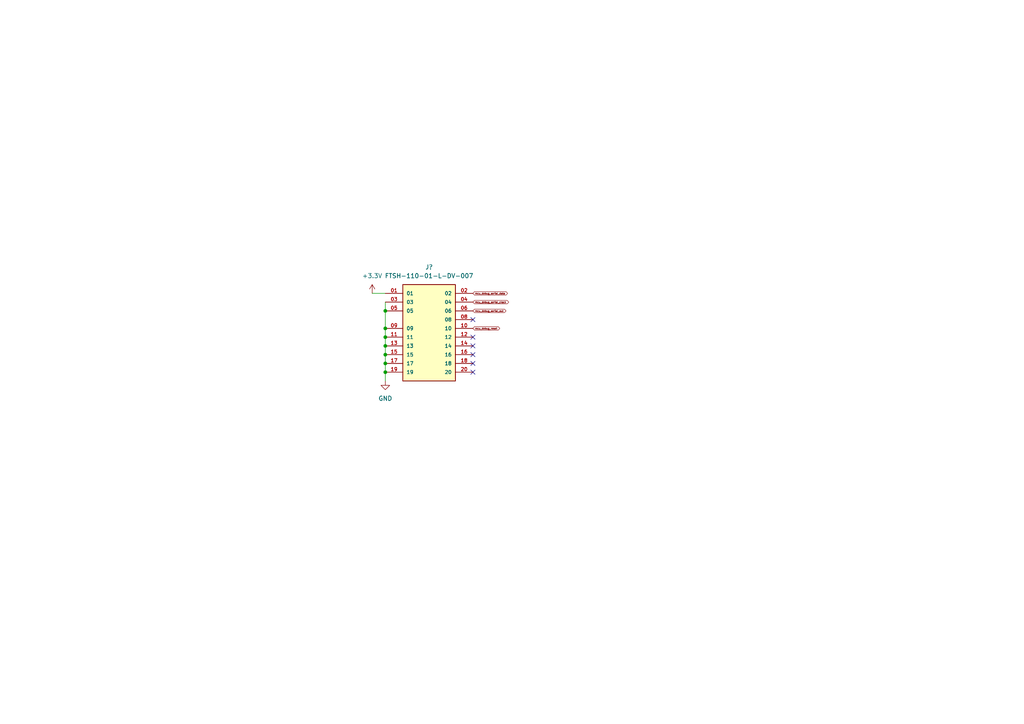
<source format=kicad_sch>
(kicad_sch (version 20211123) (generator eeschema)
  (paper "A4")
  (lib_symbols
    (symbol "debug-FTSH-110-01-L-DV-007:FTSH-110-01-L-DV-007" (pin_names (offset 1.016))
      (property "Reference" "J" (at -8.128 15.24 0))
      (property "Value" "FTSH-110-01-L-DV-007" (at -7.62 -15.24 0))
      (symbol "FTSH-110-01-L-DV-007_0_0"
        (rectangle (start -7.62 -12.7) (end 7.62 15.24) (stroke (width 0.254)) (fill (type background)))
        (pin passive line (at -12.7 12.7 0) (length 5.08) (name "01") (number "01"))
        (pin passive line (at 12.7 12.7 180) (length 5.08) (name "02") (number "02"))
        (pin passive line (at -12.7 10.16 0) (length 5.08) (name "03") (number "03"))
        (pin passive line (at 12.7 10.16 180) (length 5.08) (name "04") (number "04"))
        (pin passive line (at -12.7 7.62 0) (length 5.08) (name "05") (number "05"))
        (pin passive line (at 12.7 7.62 180) (length 5.08) (name "06") (number "06"))
        (pin passive line (at 12.7 5.08 180) (length 5.08) (name "08") (number "08"))
        (pin passive line (at -12.7 2.54 0) (length 5.08) (name "09") (number "09"))
        (pin passive line (at 12.7 2.54 180) (length 5.08) (name "10") (number "10"))
        (pin passive line (at -12.7 0 0) (length 5.08) (name "11") (number "11"))
        (pin passive line (at 12.7 0 180) (length 5.08) (name "12") (number "12"))
        (pin passive line (at -12.7 -2.54 0) (length 5.08) (name "13") (number "13"))
        (pin passive line (at 12.7 -2.54 180) (length 5.08) (name "14") (number "14"))
        (pin passive line (at -12.7 -5.08 0) (length 5.08) (name "15") (number "15"))
        (pin passive line (at 12.7 -5.08 180) (length 5.08) (name "16") (number "16"))
        (pin passive line (at -12.7 -7.62 0) (length 5.08) (name "17") (number "17"))
        (pin passive line (at 12.7 -7.62 180) (length 5.08) (name "18") (number "18"))
        (pin passive line (at -12.7 -10.16 0) (length 5.08) (name "19") (number "19"))
        (pin passive line (at 12.7 -10.16 180) (length 5.08) (name "20") (number "20"))
      )
    )
    (symbol "power:+3.3V" (power) (pin_names (offset 0))
      (property "Value" "+3.3V" (at 0 3.556 0))
      (symbol "+3.3V_0_1"
        (polyline (pts (xy -0.762 1.27) (xy 0 2.54)))
        (polyline (pts (xy 0 0) (xy 0 2.54)))
        (polyline (pts (xy 0 2.54) (xy 0.762 1.27)))
      )
      (symbol "+3.3V_1_1"
        (pin power_in line (at 0 0 90) (length 0) hide (name "+3.3V") (number "1"))
      )
    )
    (symbol "power:GND" (power) (pin_names (offset 0))
      (property "Value" "GND" (at 0 -3.81 0))
      (symbol "GND_0_1"
        (polyline (pts (xy 0 0) (xy 0 -1.27) (xy 1.27 -1.27) (xy 0 -2.54) (xy -1.27 -1.27) (xy 0 -1.27)))
      )
      (symbol "GND_1_1"
        (pin power_in line (at 0 0 270) (length 0) hide (name "GND") (number "1"))
      )
    )
  )
  (junction (at 111.76 105.41))
  (junction (at 111.76 107.95))
  (junction (at 111.76 102.87))
  (junction (at 111.76 90.17))
  (junction (at 111.76 97.79))
  (junction (at 111.76 95.25))
  (junction (at 111.76 100.33))
  (no_connect (at 137.16 100.33))
  (no_connect (at 137.16 97.79))
  (no_connect (at 137.16 107.95))
  (no_connect (at 137.16 102.87))
  (no_connect (at 137.16 105.41))
  (no_connect (at 137.16 92.71))
  (wire (pts (xy 111.76 97.79) (xy 111.76 100.33)))
  (wire (pts (xy 111.76 100.33) (xy 111.76 102.87)))
  (wire (pts (xy 111.76 95.25) (xy 111.76 97.79)))
  (wire (pts (xy 111.76 102.87) (xy 111.76 105.41)))
  (wire (pts (xy 111.76 107.95) (xy 111.76 110.49)))
  (wire (pts (xy 107.95 85.09) (xy 111.76 85.09)))
  (wire (pts (xy 111.76 90.17) (xy 111.76 95.25)))
  (wire (pts (xy 111.76 87.63) (xy 111.76 90.17)))
  (wire (pts (xy 111.76 105.41) (xy 111.76 107.95)))
  (global_label "mcu_debug_serial_data" (shape bidirectional) (at 137.16 85.09 0) (effects (font (size 0.5 0.5))) (property "Intersheet References" "${INTERSHEET_REFS}" (effects hide)))
  (global_label "mcu_debug_serial_clock" (shape bidirectional) (at 137.16 87.63 0) (effects (font (size 0.5 0.5))) (property "Intersheet References" "${INTERSHEET_REFS}" (effects hide)))
  (global_label "mcu_debug_reset" (shape bidirectional) (at 137.16 95.25 0) (effects (font (size 0.5 0.5))) (property "Intersheet References" "${INTERSHEET_REFS}" (effects hide)))
  (global_label "mcu_debug_serial_out" (shape bidirectional) (at 137.16 90.17 0) (effects (font (size 0.5 0.5))) (property "Intersheet References" "${INTERSHEET_REFS}" (effects hide)))
  (symbol (lib_id "power:GND") (at 111.76 110.49 0) (unit 1)
    (property "Reference" "#PWR0103" (effects hide))
    (property "Value" "GND" (at 111.76 115.57 0))
  )
  (symbol (lib_id "power:+3.3V") (at 107.95 85.09 0) (unit 1)
    (property "Reference" "#PWR0102" (effects hide))
    (property "Value" "+3.3V" (at 107.95 80.01 0))
  )
  (symbol (lib_id "debug-FTSH-110-01-L-DV-007:FTSH-110-01-L-DV-007") (at 124.46 97.79 0) (unit 1)
    (property "Reference" "J?" (at 124.46 77.47 0))
    (property "Value" "FTSH-110-01-L-DV-007" (at 124.46 80.01 0))
    (property "Footprint" "debug-footprints:SAMTEC_FTSH-110-01-L-DV-007" (effects hide))
    (property "STANDARD" "Manufacturer Recommendations" (effects hide))
    (property "MANUFACTURER" "Samtec" (effects hide))
    (property "PARTREV" "R" (effects hide))
  )
)
</source>
